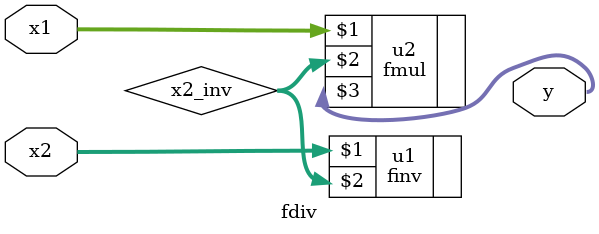
<source format=sv>
`timescale 1ns / 1ps

module fdiv(
  input wire [31:0] x1,
  input wire [31:0] x2,
  output wire [31:0] y);
  
  logic [31:0] x2_inv;
  finv u1(x2, x2_inv);
  
  fmul u2(x1, x2_inv, y);
endmodule   
   
   
   
   
   
   
   
   
   
   
   
   

</source>
